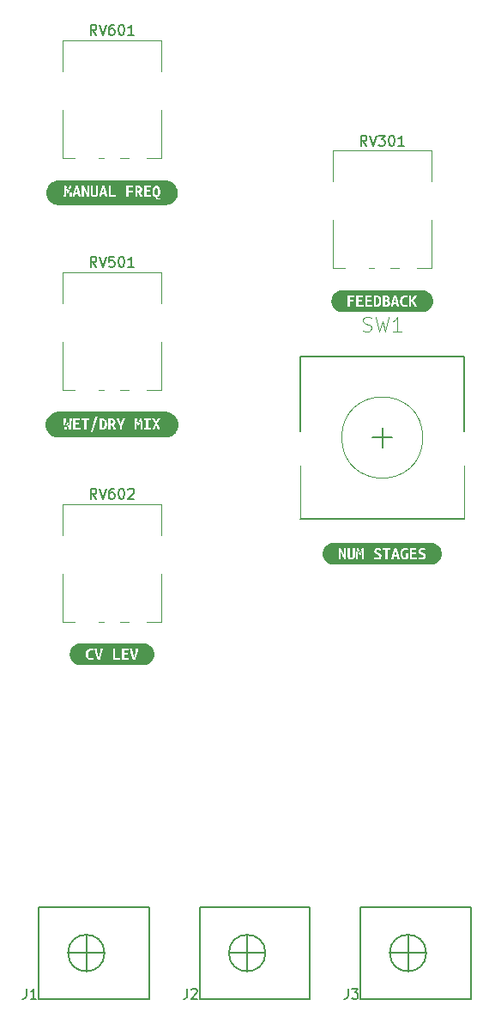
<source format=gto>
G04 #@! TF.GenerationSoftware,KiCad,Pcbnew,6.0.5+dfsg-1~bpo11+1*
G04 #@! TF.CreationDate,2022-12-29T14:19:14+00:00*
G04 #@! TF.ProjectId,SSI2140_phase_shifter,53534932-3134-4305-9f70-686173655f73,0*
G04 #@! TF.SameCoordinates,Original*
G04 #@! TF.FileFunction,Legend,Top*
G04 #@! TF.FilePolarity,Positive*
%FSLAX46Y46*%
G04 Gerber Fmt 4.6, Leading zero omitted, Abs format (unit mm)*
G04 Created by KiCad (PCBNEW 6.0.5+dfsg-1~bpo11+1) date 2022-12-29 14:19:14*
%MOMM*%
%LPD*%
G01*
G04 APERTURE LIST*
%ADD10C,0.150000*%
%ADD11C,0.120000*%
%ADD12C,0.127000*%
%ADD13C,0.080000*%
%ADD14C,1.800000*%
%ADD15C,1.902000*%
%ADD16O,2.822000X3.342000*%
%ADD17C,3.102000*%
%ADD18C,1.451600*%
%ADD19C,1.702000*%
%ADD20O,1.802000X1.802000*%
%ADD21C,2.702000*%
%ADD22C,1.542000*%
G04 APERTURE END LIST*
D10*
X124634666Y-142454380D02*
X124634666Y-143168666D01*
X124587047Y-143311523D01*
X124491809Y-143406761D01*
X124348952Y-143454380D01*
X124253714Y-143454380D01*
X125634666Y-143454380D02*
X125063238Y-143454380D01*
X125348952Y-143454380D02*
X125348952Y-142454380D01*
X125253714Y-142597238D01*
X125158476Y-142692476D01*
X125063238Y-142740095D01*
X131548380Y-94178380D02*
X131215047Y-93702190D01*
X130976952Y-94178380D02*
X130976952Y-93178380D01*
X131357904Y-93178380D01*
X131453142Y-93226000D01*
X131500761Y-93273619D01*
X131548380Y-93368857D01*
X131548380Y-93511714D01*
X131500761Y-93606952D01*
X131453142Y-93654571D01*
X131357904Y-93702190D01*
X130976952Y-93702190D01*
X131834095Y-93178380D02*
X132167428Y-94178380D01*
X132500761Y-93178380D01*
X133262666Y-93178380D02*
X133072190Y-93178380D01*
X132976952Y-93226000D01*
X132929333Y-93273619D01*
X132834095Y-93416476D01*
X132786476Y-93606952D01*
X132786476Y-93987904D01*
X132834095Y-94083142D01*
X132881714Y-94130761D01*
X132976952Y-94178380D01*
X133167428Y-94178380D01*
X133262666Y-94130761D01*
X133310285Y-94083142D01*
X133357904Y-93987904D01*
X133357904Y-93749809D01*
X133310285Y-93654571D01*
X133262666Y-93606952D01*
X133167428Y-93559333D01*
X132976952Y-93559333D01*
X132881714Y-93606952D01*
X132834095Y-93654571D01*
X132786476Y-93749809D01*
X133976952Y-93178380D02*
X134072190Y-93178380D01*
X134167428Y-93226000D01*
X134215047Y-93273619D01*
X134262666Y-93368857D01*
X134310285Y-93559333D01*
X134310285Y-93797428D01*
X134262666Y-93987904D01*
X134215047Y-94083142D01*
X134167428Y-94130761D01*
X134072190Y-94178380D01*
X133976952Y-94178380D01*
X133881714Y-94130761D01*
X133834095Y-94083142D01*
X133786476Y-93987904D01*
X133738857Y-93797428D01*
X133738857Y-93559333D01*
X133786476Y-93368857D01*
X133834095Y-93273619D01*
X133881714Y-93226000D01*
X133976952Y-93178380D01*
X134691238Y-93273619D02*
X134738857Y-93226000D01*
X134834095Y-93178380D01*
X135072190Y-93178380D01*
X135167428Y-93226000D01*
X135215047Y-93273619D01*
X135262666Y-93368857D01*
X135262666Y-93464095D01*
X135215047Y-93606952D01*
X134643619Y-94178380D01*
X135262666Y-94178380D01*
X158218380Y-59380380D02*
X157885047Y-58904190D01*
X157646952Y-59380380D02*
X157646952Y-58380380D01*
X158027904Y-58380380D01*
X158123142Y-58428000D01*
X158170761Y-58475619D01*
X158218380Y-58570857D01*
X158218380Y-58713714D01*
X158170761Y-58808952D01*
X158123142Y-58856571D01*
X158027904Y-58904190D01*
X157646952Y-58904190D01*
X158504095Y-58380380D02*
X158837428Y-59380380D01*
X159170761Y-58380380D01*
X159408857Y-58380380D02*
X160027904Y-58380380D01*
X159694571Y-58761333D01*
X159837428Y-58761333D01*
X159932666Y-58808952D01*
X159980285Y-58856571D01*
X160027904Y-58951809D01*
X160027904Y-59189904D01*
X159980285Y-59285142D01*
X159932666Y-59332761D01*
X159837428Y-59380380D01*
X159551714Y-59380380D01*
X159456476Y-59332761D01*
X159408857Y-59285142D01*
X160646952Y-58380380D02*
X160742190Y-58380380D01*
X160837428Y-58428000D01*
X160885047Y-58475619D01*
X160932666Y-58570857D01*
X160980285Y-58761333D01*
X160980285Y-58999428D01*
X160932666Y-59189904D01*
X160885047Y-59285142D01*
X160837428Y-59332761D01*
X160742190Y-59380380D01*
X160646952Y-59380380D01*
X160551714Y-59332761D01*
X160504095Y-59285142D01*
X160456476Y-59189904D01*
X160408857Y-58999428D01*
X160408857Y-58761333D01*
X160456476Y-58570857D01*
X160504095Y-58475619D01*
X160551714Y-58428000D01*
X160646952Y-58380380D01*
X161932666Y-59380380D02*
X161361238Y-59380380D01*
X161646952Y-59380380D02*
X161646952Y-58380380D01*
X161551714Y-58523238D01*
X161456476Y-58618476D01*
X161361238Y-58666095D01*
X131548380Y-48458380D02*
X131215047Y-47982190D01*
X130976952Y-48458380D02*
X130976952Y-47458380D01*
X131357904Y-47458380D01*
X131453142Y-47506000D01*
X131500761Y-47553619D01*
X131548380Y-47648857D01*
X131548380Y-47791714D01*
X131500761Y-47886952D01*
X131453142Y-47934571D01*
X131357904Y-47982190D01*
X130976952Y-47982190D01*
X131834095Y-47458380D02*
X132167428Y-48458380D01*
X132500761Y-47458380D01*
X133262666Y-47458380D02*
X133072190Y-47458380D01*
X132976952Y-47506000D01*
X132929333Y-47553619D01*
X132834095Y-47696476D01*
X132786476Y-47886952D01*
X132786476Y-48267904D01*
X132834095Y-48363142D01*
X132881714Y-48410761D01*
X132976952Y-48458380D01*
X133167428Y-48458380D01*
X133262666Y-48410761D01*
X133310285Y-48363142D01*
X133357904Y-48267904D01*
X133357904Y-48029809D01*
X133310285Y-47934571D01*
X133262666Y-47886952D01*
X133167428Y-47839333D01*
X132976952Y-47839333D01*
X132881714Y-47886952D01*
X132834095Y-47934571D01*
X132786476Y-48029809D01*
X133976952Y-47458380D02*
X134072190Y-47458380D01*
X134167428Y-47506000D01*
X134215047Y-47553619D01*
X134262666Y-47648857D01*
X134310285Y-47839333D01*
X134310285Y-48077428D01*
X134262666Y-48267904D01*
X134215047Y-48363142D01*
X134167428Y-48410761D01*
X134072190Y-48458380D01*
X133976952Y-48458380D01*
X133881714Y-48410761D01*
X133834095Y-48363142D01*
X133786476Y-48267904D01*
X133738857Y-48077428D01*
X133738857Y-47839333D01*
X133786476Y-47648857D01*
X133834095Y-47553619D01*
X133881714Y-47506000D01*
X133976952Y-47458380D01*
X135262666Y-48458380D02*
X134691238Y-48458380D01*
X134976952Y-48458380D02*
X134976952Y-47458380D01*
X134881714Y-47601238D01*
X134786476Y-47696476D01*
X134691238Y-47744095D01*
D11*
X157866000Y-77588285D02*
X158069571Y-77656142D01*
X158408857Y-77656142D01*
X158544571Y-77588285D01*
X158612428Y-77520428D01*
X158680285Y-77384714D01*
X158680285Y-77249000D01*
X158612428Y-77113285D01*
X158544571Y-77045428D01*
X158408857Y-76977571D01*
X158137428Y-76909714D01*
X158001714Y-76841857D01*
X157933857Y-76774000D01*
X157866000Y-76638285D01*
X157866000Y-76502571D01*
X157933857Y-76366857D01*
X158001714Y-76299000D01*
X158137428Y-76231142D01*
X158476714Y-76231142D01*
X158680285Y-76299000D01*
X159155285Y-76231142D02*
X159494571Y-77656142D01*
X159766000Y-76638285D01*
X160037428Y-77656142D01*
X160376714Y-76231142D01*
X161666000Y-77656142D02*
X160851714Y-77656142D01*
X161258857Y-77656142D02*
X161258857Y-76231142D01*
X161123142Y-76434714D01*
X160987428Y-76570428D01*
X160851714Y-76638285D01*
D10*
X156384666Y-142454380D02*
X156384666Y-143168666D01*
X156337047Y-143311523D01*
X156241809Y-143406761D01*
X156098952Y-143454380D01*
X156003714Y-143454380D01*
X156765619Y-142454380D02*
X157384666Y-142454380D01*
X157051333Y-142835333D01*
X157194190Y-142835333D01*
X157289428Y-142882952D01*
X157337047Y-142930571D01*
X157384666Y-143025809D01*
X157384666Y-143263904D01*
X157337047Y-143359142D01*
X157289428Y-143406761D01*
X157194190Y-143454380D01*
X156908476Y-143454380D01*
X156813238Y-143406761D01*
X156765619Y-143359142D01*
X140509666Y-142454380D02*
X140509666Y-143168666D01*
X140462047Y-143311523D01*
X140366809Y-143406761D01*
X140223952Y-143454380D01*
X140128714Y-143454380D01*
X140938238Y-142549619D02*
X140985857Y-142502000D01*
X141081095Y-142454380D01*
X141319190Y-142454380D01*
X141414428Y-142502000D01*
X141462047Y-142549619D01*
X141509666Y-142644857D01*
X141509666Y-142740095D01*
X141462047Y-142882952D01*
X140890619Y-143454380D01*
X141509666Y-143454380D01*
X131548380Y-71318380D02*
X131215047Y-70842190D01*
X130976952Y-71318380D02*
X130976952Y-70318380D01*
X131357904Y-70318380D01*
X131453142Y-70366000D01*
X131500761Y-70413619D01*
X131548380Y-70508857D01*
X131548380Y-70651714D01*
X131500761Y-70746952D01*
X131453142Y-70794571D01*
X131357904Y-70842190D01*
X130976952Y-70842190D01*
X131834095Y-70318380D02*
X132167428Y-71318380D01*
X132500761Y-70318380D01*
X133310285Y-70318380D02*
X132834095Y-70318380D01*
X132786476Y-70794571D01*
X132834095Y-70746952D01*
X132929333Y-70699333D01*
X133167428Y-70699333D01*
X133262666Y-70746952D01*
X133310285Y-70794571D01*
X133357904Y-70889809D01*
X133357904Y-71127904D01*
X133310285Y-71223142D01*
X133262666Y-71270761D01*
X133167428Y-71318380D01*
X132929333Y-71318380D01*
X132834095Y-71270761D01*
X132786476Y-71223142D01*
X133976952Y-70318380D02*
X134072190Y-70318380D01*
X134167428Y-70366000D01*
X134215047Y-70413619D01*
X134262666Y-70508857D01*
X134310285Y-70699333D01*
X134310285Y-70937428D01*
X134262666Y-71127904D01*
X134215047Y-71223142D01*
X134167428Y-71270761D01*
X134072190Y-71318380D01*
X133976952Y-71318380D01*
X133881714Y-71270761D01*
X133834095Y-71223142D01*
X133786476Y-71127904D01*
X133738857Y-70937428D01*
X133738857Y-70699333D01*
X133786476Y-70508857D01*
X133834095Y-70413619D01*
X133881714Y-70366000D01*
X133976952Y-70318380D01*
X135262666Y-71318380D02*
X134691238Y-71318380D01*
X134976952Y-71318380D02*
X134976952Y-70318380D01*
X134881714Y-70461238D01*
X134786476Y-70556476D01*
X134691238Y-70604095D01*
X136756000Y-134438000D02*
X136756000Y-143438000D01*
X136756000Y-143438000D02*
X125856000Y-143438000D01*
X125856000Y-134438000D02*
X125856000Y-143438000D01*
X136756000Y-134438000D02*
X125856000Y-134438000D01*
X132356000Y-138938000D02*
X128756000Y-138938000D01*
X130556000Y-137138000D02*
X130556000Y-140738000D01*
X132356000Y-138938000D02*
G75*
G03*
X132356000Y-138938000I-1800000J0D01*
G01*
D11*
X128216000Y-106308000D02*
X128216000Y-101588000D01*
X137966000Y-97778000D02*
X137966000Y-94718000D01*
X134756000Y-106308000D02*
X133926000Y-106308000D01*
X128226000Y-97778000D02*
X128226000Y-94718000D01*
X137966000Y-94718000D02*
X128226000Y-94718000D01*
X137966000Y-106308000D02*
X137966000Y-101588000D01*
X137966000Y-106308000D02*
X136476000Y-106308000D01*
X132306000Y-106308000D02*
X131776000Y-106308000D01*
X129406000Y-106308000D02*
X128226000Y-106308000D01*
G36*
X132256927Y-63654384D02*
G01*
X132284867Y-63762652D01*
X132308441Y-63870046D01*
X132329396Y-63981806D01*
X132118100Y-63981806D01*
X132139928Y-63870046D01*
X132164376Y-63762652D01*
X132192316Y-63654384D01*
X132224621Y-63538259D01*
X132256927Y-63654384D01*
G37*
G36*
X135733274Y-63513375D02*
G01*
X135793956Y-63543497D01*
X135833247Y-63595012D01*
X135846344Y-63669227D01*
X135797449Y-63790592D01*
X135733274Y-63822679D01*
X135638540Y-63833375D01*
X135591391Y-63833375D01*
X135591391Y-63508572D01*
X135626316Y-63504207D01*
X135656003Y-63503334D01*
X135733274Y-63513375D01*
G37*
G36*
X129637552Y-63654384D02*
G01*
X129665492Y-63762652D01*
X129689066Y-63870046D01*
X129710021Y-63981806D01*
X129498725Y-63981806D01*
X129520553Y-63870046D01*
X129545001Y-63762652D01*
X129572941Y-63654384D01*
X129605246Y-63538259D01*
X129637552Y-63654384D01*
G37*
G36*
X137554176Y-63526035D02*
G01*
X137605691Y-63606362D01*
X137630138Y-63725981D01*
X137634722Y-63797359D01*
X137636250Y-63873539D01*
X137634722Y-63949501D01*
X137630138Y-64020224D01*
X137605691Y-64139842D01*
X137553303Y-64221043D01*
X137465118Y-64250729D01*
X137376059Y-64221043D01*
X137324545Y-64139842D01*
X137300097Y-64020224D01*
X137295513Y-63949501D01*
X137293985Y-63873539D01*
X137295513Y-63797577D01*
X137300097Y-63726854D01*
X137324545Y-63607236D01*
X137376059Y-63526035D01*
X137465118Y-63496349D01*
X137554176Y-63526035D01*
G37*
G36*
X127706127Y-65213298D02*
G01*
X127588559Y-65195859D01*
X127473266Y-65166979D01*
X127361359Y-65126938D01*
X127253916Y-65076121D01*
X127151971Y-65015018D01*
X127056506Y-64944216D01*
X126968440Y-64864398D01*
X126888622Y-64776333D01*
X126817821Y-64680868D01*
X126756717Y-64578923D01*
X126705900Y-64471479D01*
X126683773Y-64409638D01*
X128337469Y-64409638D01*
X128534795Y-64409638D01*
X128526064Y-63569691D01*
X128653540Y-64027209D01*
X128810703Y-64027209D01*
X128943418Y-63569691D01*
X128932940Y-64409638D01*
X129130266Y-64409638D01*
X129186146Y-64409638D01*
X129409666Y-64409638D01*
X129458561Y-64159924D01*
X129746693Y-64159924D01*
X129797334Y-64409638D01*
X130027839Y-64409638D01*
X130123883Y-64409638D01*
X130317716Y-64409638D01*
X130317716Y-63691929D01*
X130382619Y-63811741D01*
X130444611Y-63931359D01*
X130503692Y-64050783D01*
X130559863Y-64170207D01*
X130613124Y-64289825D01*
X130663474Y-64409638D01*
X130836353Y-64409638D01*
X130836353Y-64018478D01*
X130984784Y-64018478D01*
X130989150Y-64108409D01*
X131002246Y-64189610D01*
X131025821Y-64260770D01*
X131061619Y-64320579D01*
X131174252Y-64403526D01*
X131253488Y-64425135D01*
X131349750Y-64432339D01*
X131447540Y-64425135D01*
X131505148Y-64409638D01*
X131805521Y-64409638D01*
X132029041Y-64409638D01*
X132077936Y-64159924D01*
X132366068Y-64159924D01*
X132416709Y-64409638D01*
X132647214Y-64409638D01*
X132786914Y-64409638D01*
X133466205Y-64409638D01*
X134519194Y-64409638D01*
X134733983Y-64409638D01*
X135376603Y-64409638D01*
X135591391Y-64409638D01*
X135591391Y-64011493D01*
X135703151Y-64011493D01*
X135762306Y-64110374D01*
X135817531Y-64207946D01*
X135867517Y-64306827D01*
X135910955Y-64409638D01*
X136136221Y-64409638D01*
X136265444Y-64409638D01*
X136958705Y-64409638D01*
X136958705Y-64231520D01*
X136480233Y-64231520D01*
X136480233Y-63927672D01*
X136862661Y-63927672D01*
X136862661Y-63873539D01*
X137075704Y-63873539D01*
X137084144Y-64021873D01*
X137109465Y-64147894D01*
X137151666Y-64251602D01*
X137209583Y-64332608D01*
X137282052Y-64390526D01*
X137369074Y-64425354D01*
X137409456Y-64533403D01*
X137492185Y-64613076D01*
X137572609Y-64652560D01*
X137675347Y-64683702D01*
X137800398Y-64706500D01*
X137845800Y-64552830D01*
X137730329Y-64528601D01*
X137642362Y-64501316D01*
X137548938Y-64428846D01*
X137640131Y-64396735D01*
X137715802Y-64339982D01*
X137775950Y-64258587D01*
X137819606Y-64153327D01*
X137845800Y-64024977D01*
X137854531Y-63873539D01*
X137848310Y-63742406D01*
X137829647Y-63628409D01*
X137798542Y-63531547D01*
X137754995Y-63451819D01*
X137678548Y-63372753D01*
X137581922Y-63325313D01*
X137465118Y-63309500D01*
X137351805Y-63325313D01*
X137256344Y-63372753D01*
X137178733Y-63451819D01*
X137133658Y-63531547D01*
X137101461Y-63628409D01*
X137082143Y-63742406D01*
X137075704Y-63873539D01*
X136862661Y-63873539D01*
X136862661Y-63749555D01*
X136480233Y-63749555D01*
X136480233Y-63506826D01*
X136920288Y-63506826D01*
X136920288Y-63328709D01*
X136265444Y-63328709D01*
X136265444Y-64409638D01*
X136136221Y-64409638D01*
X136086453Y-64295258D01*
X136026208Y-64174767D01*
X135961596Y-64059514D01*
X135898731Y-63959105D01*
X135975130Y-63909773D01*
X136026208Y-63842106D01*
X136055021Y-63760906D01*
X136064625Y-63670974D01*
X136057422Y-63586062D01*
X136035812Y-63512938D01*
X135952865Y-63402051D01*
X135893493Y-63364070D01*
X135823643Y-63337440D01*
X135744188Y-63321724D01*
X135656003Y-63316485D01*
X135594884Y-63318231D01*
X135521541Y-63322597D01*
X135445580Y-63331328D01*
X135376603Y-63344425D01*
X135376603Y-64409638D01*
X134733983Y-64409638D01*
X134733983Y-63946881D01*
X135125143Y-63946881D01*
X135125143Y-63768764D01*
X134733983Y-63768764D01*
X134733983Y-63506826D01*
X135181023Y-63506826D01*
X135181023Y-63328709D01*
X134519194Y-63328709D01*
X134519194Y-64409638D01*
X133466205Y-64409638D01*
X133466205Y-64231520D01*
X133003449Y-64231520D01*
X133003449Y-63328709D01*
X132786914Y-63328709D01*
X132786914Y-64409638D01*
X132647214Y-64409638D01*
X132618401Y-64287086D01*
X132589238Y-64168096D01*
X132559727Y-64052669D01*
X132529866Y-63940804D01*
X132499656Y-63832502D01*
X132461620Y-63701151D01*
X132423476Y-63573402D01*
X132385222Y-63449255D01*
X132346859Y-63328709D01*
X132112861Y-63328709D01*
X132075863Y-63448272D01*
X132038209Y-63571219D01*
X131999901Y-63697549D01*
X131960938Y-63827263D01*
X131929575Y-63934657D01*
X131898352Y-64046592D01*
X131867269Y-64163067D01*
X131836325Y-64284082D01*
X131805521Y-64409638D01*
X131505148Y-64409638D01*
X131527868Y-64403526D01*
X131592479Y-64368382D01*
X131643120Y-64320579D01*
X131680228Y-64260770D01*
X131704239Y-64189610D01*
X131717336Y-64108409D01*
X131721701Y-64018478D01*
X131721701Y-63328709D01*
X131506913Y-63328709D01*
X131506913Y-64002761D01*
X131499928Y-64117141D01*
X131475480Y-64192229D01*
X131428331Y-64233266D01*
X131353243Y-64245490D01*
X131278154Y-64233266D01*
X131231878Y-64193103D01*
X131208304Y-64118887D01*
X131201319Y-64004507D01*
X131201319Y-63328709D01*
X130984784Y-63328709D01*
X130984784Y-64018478D01*
X130836353Y-64018478D01*
X130836353Y-63328709D01*
X130642519Y-63328709D01*
X130642519Y-63994030D01*
X130611741Y-63925926D01*
X130575288Y-63847345D01*
X130534251Y-63762215D01*
X130489722Y-63674466D01*
X130442792Y-63585189D01*
X130394551Y-63495476D01*
X130345656Y-63408818D01*
X130296761Y-63328709D01*
X130123883Y-63328709D01*
X130123883Y-64409638D01*
X130027839Y-64409638D01*
X129999026Y-64287086D01*
X129969863Y-64168096D01*
X129940352Y-64052669D01*
X129910491Y-63940804D01*
X129880281Y-63832502D01*
X129842245Y-63701151D01*
X129804101Y-63573402D01*
X129765847Y-63449255D01*
X129727484Y-63328709D01*
X129493486Y-63328709D01*
X129456488Y-63448272D01*
X129418834Y-63571219D01*
X129380526Y-63697549D01*
X129341563Y-63827263D01*
X129310200Y-63934657D01*
X129278977Y-64046592D01*
X129247894Y-64163067D01*
X129216950Y-64284082D01*
X129186146Y-64409638D01*
X129130266Y-64409638D01*
X129126337Y-64271465D01*
X129121535Y-64136349D01*
X129115642Y-64003198D01*
X129108438Y-63870919D01*
X129099707Y-63738423D01*
X129089230Y-63604616D01*
X129077661Y-63468409D01*
X129065655Y-63328709D01*
X128887538Y-63328709D01*
X128856105Y-63421260D01*
X128817688Y-63540878D01*
X128774031Y-63673593D01*
X128730375Y-63807181D01*
X128690211Y-63681451D01*
X128648301Y-63546990D01*
X128609011Y-63423006D01*
X128578451Y-63328709D01*
X128400334Y-63328709D01*
X128388765Y-63447017D01*
X128378506Y-63574930D01*
X128369556Y-63709828D01*
X128361916Y-63849091D01*
X128355150Y-63990974D01*
X128348820Y-64133730D01*
X128342926Y-64274303D01*
X128337469Y-64409638D01*
X126683773Y-64409638D01*
X126665859Y-64359573D01*
X126636980Y-64244280D01*
X126619540Y-64126712D01*
X126613708Y-64008000D01*
X126619540Y-63889288D01*
X126636980Y-63771720D01*
X126665859Y-63656427D01*
X126705900Y-63544521D01*
X126756717Y-63437077D01*
X126817821Y-63335132D01*
X126888622Y-63239667D01*
X126968440Y-63151602D01*
X127056506Y-63071784D01*
X127151971Y-63000982D01*
X127253916Y-62939879D01*
X127361359Y-62889062D01*
X127473266Y-62849021D01*
X127588559Y-62820141D01*
X127706127Y-62802702D01*
X127824839Y-62796870D01*
X138367162Y-62796870D01*
X138485873Y-62802702D01*
X138603441Y-62820141D01*
X138718734Y-62849021D01*
X138830641Y-62889062D01*
X138938084Y-62939879D01*
X139040029Y-63000982D01*
X139135494Y-63071784D01*
X139223560Y-63151602D01*
X139303378Y-63239667D01*
X139374179Y-63335132D01*
X139435283Y-63437077D01*
X139486100Y-63544521D01*
X139526141Y-63656428D01*
X139555020Y-63771720D01*
X139572460Y-63889288D01*
X139578292Y-64008000D01*
X139572460Y-64126712D01*
X139555020Y-64244280D01*
X139526141Y-64359572D01*
X139486100Y-64471479D01*
X139435283Y-64578923D01*
X139374179Y-64680868D01*
X139303378Y-64776333D01*
X139223560Y-64864398D01*
X139135494Y-64944216D01*
X139040029Y-65015018D01*
X138938084Y-65076121D01*
X138830641Y-65126938D01*
X138718734Y-65166979D01*
X138603441Y-65195859D01*
X138485873Y-65213298D01*
X138367162Y-65219130D01*
X127824839Y-65219130D01*
X127706127Y-65213298D01*
G37*
X164636000Y-59803000D02*
X154896000Y-59803000D01*
X154886000Y-71393000D02*
X154886000Y-66673000D01*
X154896000Y-62863000D02*
X154896000Y-59803000D01*
X161426000Y-71393000D02*
X160596000Y-71393000D01*
X164636000Y-71393000D02*
X163146000Y-71393000D01*
X156076000Y-71393000D02*
X154896000Y-71393000D01*
X164636000Y-71393000D02*
X164636000Y-66673000D01*
X158976000Y-71393000D02*
X158446000Y-71393000D01*
X164636000Y-62863000D02*
X164636000Y-59803000D01*
G36*
X160278524Y-74778156D02*
G01*
X160328293Y-74890789D01*
X160310830Y-74968497D01*
X160266301Y-75015646D01*
X160204309Y-75038347D01*
X160132713Y-75044459D01*
X160079452Y-75042713D01*
X160029684Y-75037474D01*
X160029684Y-74744104D01*
X160144936Y-74744104D01*
X160278524Y-74778156D01*
G37*
G36*
X154993205Y-75359032D02*
G01*
X154930264Y-75274165D01*
X154896203Y-75217338D01*
X156338111Y-75217338D01*
X156552900Y-75217338D01*
X157211236Y-75217338D01*
X157904498Y-75217338D01*
X158084361Y-75217338D01*
X158777623Y-75217338D01*
X158777623Y-75205114D01*
X158941770Y-75205114D01*
X159059642Y-75225196D01*
X159172275Y-75231308D01*
X159277705Y-75223668D01*
X159373967Y-75200748D01*
X159375853Y-75199875D01*
X159814895Y-75199875D01*
X159890420Y-75213627D01*
X159966819Y-75223449D01*
X160042344Y-75229343D01*
X160115250Y-75231308D01*
X160201471Y-75227160D01*
X160265056Y-75217338D01*
X160609439Y-75217338D01*
X160832959Y-75217338D01*
X160881854Y-74967624D01*
X161169985Y-74967624D01*
X161220626Y-75217338D01*
X161451131Y-75217338D01*
X161422318Y-75094786D01*
X161393156Y-74975796D01*
X161363644Y-74860369D01*
X161333783Y-74748504D01*
X161313559Y-74676000D01*
X161513996Y-74676000D01*
X161521527Y-74803585D01*
X161544119Y-74915673D01*
X161581773Y-75012262D01*
X161634488Y-75093354D01*
X161726845Y-75174845D01*
X161843261Y-75223740D01*
X161983738Y-75240039D01*
X162079126Y-75234145D01*
X162158595Y-75217338D01*
X162418554Y-75217338D01*
X162633343Y-75217338D01*
X162633343Y-74723149D01*
X162725021Y-74821812D01*
X162771951Y-74882494D01*
X162816699Y-74947542D01*
X162858391Y-75015646D01*
X162896153Y-75085496D01*
X162951160Y-75217338D01*
X163193889Y-75217338D01*
X163165512Y-75139411D01*
X163129278Y-75059302D01*
X163086713Y-74978974D01*
X163039346Y-74900393D01*
X162988050Y-74825086D01*
X162933698Y-74754581D01*
X162878254Y-74690407D01*
X162823684Y-74634090D01*
X162876726Y-74569915D01*
X162927586Y-74503121D01*
X162975826Y-74435672D01*
X163021010Y-74369533D01*
X163062265Y-74305358D01*
X163098718Y-74243803D01*
X163157218Y-74136409D01*
X162914489Y-74136409D01*
X162862101Y-74241184D01*
X162793124Y-74358182D01*
X162713670Y-74476927D01*
X162633343Y-74585195D01*
X162633343Y-74136409D01*
X162418554Y-74136409D01*
X162418554Y-75217338D01*
X162158595Y-75217338D01*
X162162728Y-75216464D01*
X162285839Y-75164950D01*
X162231705Y-74995564D01*
X162143519Y-75033981D01*
X162004693Y-75053190D01*
X161880054Y-75028524D01*
X161796016Y-74954527D01*
X161760606Y-74879147D01*
X161739360Y-74784559D01*
X161732278Y-74670761D01*
X161738171Y-74572971D01*
X161755852Y-74492644D01*
X161816971Y-74378264D01*
X161902537Y-74317146D01*
X162001200Y-74298810D01*
X162131296Y-74317146D01*
X162228213Y-74361675D01*
X162284093Y-74190542D01*
X162248294Y-74169587D01*
X162189795Y-74143394D01*
X162108594Y-74121566D01*
X162004693Y-74111961D01*
X161902319Y-74121347D01*
X161808239Y-74149506D01*
X161724419Y-74195781D01*
X161652823Y-74259519D01*
X161594542Y-74340065D01*
X161550668Y-74436764D01*
X161523164Y-74548960D01*
X161513996Y-74676000D01*
X161313559Y-74676000D01*
X161303573Y-74640202D01*
X161265538Y-74508851D01*
X161227393Y-74381102D01*
X161189139Y-74256955D01*
X161150776Y-74136409D01*
X160916779Y-74136409D01*
X160879780Y-74255972D01*
X160842127Y-74378919D01*
X160803818Y-74505249D01*
X160764855Y-74634963D01*
X160733492Y-74742358D01*
X160702269Y-74854292D01*
X160671186Y-74970767D01*
X160640243Y-75091782D01*
X160609439Y-75217338D01*
X160265056Y-75217338D01*
X160282017Y-75214718D01*
X160354486Y-75192453D01*
X160416478Y-75158838D01*
X160506410Y-75054063D01*
X160531294Y-74980502D01*
X160539589Y-74890789D01*
X160529766Y-74817446D01*
X160500298Y-74747596D01*
X160443327Y-74686478D01*
X160350994Y-74639329D01*
X160451403Y-74545031D01*
X160479561Y-74481293D01*
X160488948Y-74408824D01*
X160473231Y-74307541D01*
X160413859Y-74215863D01*
X160293368Y-74149506D01*
X160205182Y-74130515D01*
X160094295Y-74124185D01*
X159949356Y-74132043D01*
X159814895Y-74150379D01*
X159814895Y-75199875D01*
X159375853Y-75199875D01*
X159459315Y-75161239D01*
X159532003Y-75103831D01*
X159591157Y-75027651D01*
X159635904Y-74931826D01*
X159664063Y-74815045D01*
X159673449Y-74676000D01*
X159664936Y-74540011D01*
X159639397Y-74425413D01*
X159598578Y-74330679D01*
X159544226Y-74254281D01*
X159476341Y-74196000D01*
X159394922Y-74155618D01*
X159302152Y-74132043D01*
X159200215Y-74124185D01*
X159079724Y-74129424D01*
X158941770Y-74150379D01*
X158941770Y-75205114D01*
X158777623Y-75205114D01*
X158777623Y-75039220D01*
X158299150Y-75039220D01*
X158299150Y-74735373D01*
X158681579Y-74735373D01*
X158681579Y-74557255D01*
X158299150Y-74557255D01*
X158299150Y-74314526D01*
X158739205Y-74314526D01*
X158739205Y-74136409D01*
X158084361Y-74136409D01*
X158084361Y-75217338D01*
X157904498Y-75217338D01*
X157904498Y-75039220D01*
X157426025Y-75039220D01*
X157426025Y-74735373D01*
X157808454Y-74735373D01*
X157808454Y-74557255D01*
X157426025Y-74557255D01*
X157426025Y-74314526D01*
X157866080Y-74314526D01*
X157866080Y-74136409D01*
X157211236Y-74136409D01*
X157211236Y-75217338D01*
X156552900Y-75217338D01*
X156552900Y-74754581D01*
X156944060Y-74754581D01*
X156944060Y-74576464D01*
X156552900Y-74576464D01*
X156552900Y-74314526D01*
X156999940Y-74314526D01*
X156999940Y-74136409D01*
X156338111Y-74136409D01*
X156338111Y-75217338D01*
X154896203Y-75217338D01*
X154875944Y-75183538D01*
X154830769Y-75088023D01*
X154795173Y-74988541D01*
X154769500Y-74886048D01*
X154753997Y-74781532D01*
X154748812Y-74676000D01*
X154753997Y-74570468D01*
X154769500Y-74465952D01*
X154795173Y-74363459D01*
X154830769Y-74263977D01*
X154875944Y-74168462D01*
X154930264Y-74077835D01*
X154993205Y-73992968D01*
X155064161Y-73914680D01*
X155142450Y-73843724D01*
X155227316Y-73780782D01*
X155317943Y-73726463D01*
X155413458Y-73681288D01*
X155512941Y-73645692D01*
X155615433Y-73620019D01*
X155719949Y-73604515D01*
X155825481Y-73599331D01*
X163706519Y-73599331D01*
X163812051Y-73604516D01*
X163916567Y-73620019D01*
X164019059Y-73645692D01*
X164118542Y-73681288D01*
X164214057Y-73726463D01*
X164304684Y-73780783D01*
X164389551Y-73843724D01*
X164467839Y-73914680D01*
X164538795Y-73992968D01*
X164601736Y-74077835D01*
X164656056Y-74168462D01*
X164701231Y-74263977D01*
X164736827Y-74363460D01*
X164762500Y-74465952D01*
X164778003Y-74570468D01*
X164783188Y-74676000D01*
X164778003Y-74781532D01*
X164762500Y-74886048D01*
X164736827Y-74988540D01*
X164701231Y-75088023D01*
X164656056Y-75183538D01*
X164601736Y-75274165D01*
X164538795Y-75359032D01*
X164467839Y-75437320D01*
X164389551Y-75508276D01*
X164304684Y-75571217D01*
X164214057Y-75625537D01*
X164118542Y-75670712D01*
X164019059Y-75706308D01*
X163916567Y-75731981D01*
X163812051Y-75747484D01*
X163706519Y-75752669D01*
X155825481Y-75752669D01*
X155719949Y-75747485D01*
X155615433Y-75731981D01*
X155512941Y-75706308D01*
X155413458Y-75670712D01*
X155317943Y-75625537D01*
X155227316Y-75571218D01*
X155142450Y-75508276D01*
X155064161Y-75437320D01*
X154993205Y-75359032D01*
G37*
G36*
X161060844Y-74462084D02*
G01*
X161088784Y-74570352D01*
X161112359Y-74677746D01*
X161133314Y-74789506D01*
X160922018Y-74789506D01*
X160943846Y-74677746D01*
X160968293Y-74570352D01*
X160996233Y-74462084D01*
X161028539Y-74345959D01*
X161060844Y-74462084D01*
G37*
G36*
X160185100Y-74315399D02*
G01*
X160233995Y-74332862D01*
X160267174Y-74369533D01*
X160279398Y-74431525D01*
X160237488Y-74530188D01*
X160113504Y-74565986D01*
X160029684Y-74565986D01*
X160029684Y-74318019D01*
X160076833Y-74312780D01*
X160127474Y-74311034D01*
X160185100Y-74315399D01*
G37*
G36*
X159336423Y-74341593D02*
G01*
X159408019Y-74422794D01*
X159444690Y-74539792D01*
X159455168Y-74676000D01*
X159451893Y-74753053D01*
X159442071Y-74823558D01*
X159398414Y-74939684D01*
X159318087Y-75016519D01*
X159194976Y-75044459D01*
X159175768Y-75044459D01*
X159156559Y-75042713D01*
X159156559Y-74316272D01*
X159187991Y-74311907D01*
X159219424Y-74311034D01*
X159336423Y-74341593D01*
G37*
G36*
X161101008Y-99354084D02*
G01*
X161128948Y-99462352D01*
X161152523Y-99569746D01*
X161173478Y-99681506D01*
X160962181Y-99681506D01*
X160984009Y-99569746D01*
X161008457Y-99462352D01*
X161036397Y-99354084D01*
X161068703Y-99237959D01*
X161101008Y-99354084D01*
G37*
G36*
X154857302Y-100639485D02*
G01*
X154752786Y-100623981D01*
X154650293Y-100598308D01*
X154550810Y-100562712D01*
X154455295Y-100517537D01*
X154364668Y-100463218D01*
X154279802Y-100400276D01*
X154201514Y-100329320D01*
X154130557Y-100251032D01*
X154067616Y-100166165D01*
X154033555Y-100109338D01*
X155475464Y-100109338D01*
X155669298Y-100109338D01*
X155669298Y-99391629D01*
X155734200Y-99511441D01*
X155796192Y-99631059D01*
X155855273Y-99750483D01*
X155911444Y-99869907D01*
X155964705Y-99989525D01*
X156015055Y-100109338D01*
X156187934Y-100109338D01*
X156187934Y-99718178D01*
X156336365Y-99718178D01*
X156340731Y-99808109D01*
X156353828Y-99889310D01*
X156377402Y-99960470D01*
X156413200Y-100020279D01*
X156525833Y-100103226D01*
X156605069Y-100124835D01*
X156701331Y-100132039D01*
X156799121Y-100124835D01*
X156856729Y-100109338D01*
X157181550Y-100109338D01*
X157378876Y-100109338D01*
X157370145Y-99269391D01*
X157497621Y-99726909D01*
X157654784Y-99726909D01*
X157787499Y-99269391D01*
X157777021Y-100109338D01*
X157974348Y-100109338D01*
X157972659Y-100049965D01*
X158957486Y-100049965D01*
X159077978Y-100103226D01*
X159171838Y-100124835D01*
X159292766Y-100132039D01*
X159415295Y-100122822D01*
X159515122Y-100095173D01*
X159592248Y-100049092D01*
X159666246Y-99948901D01*
X159690911Y-99814221D01*
X159683490Y-99732802D01*
X159661225Y-99666663D01*
X159585263Y-99568873D01*
X159483981Y-99506008D01*
X159378333Y-99463225D01*
X159311102Y-99437031D01*
X159249983Y-99404726D01*
X159205454Y-99362816D01*
X159187991Y-99307809D01*
X159207006Y-99238929D01*
X159264050Y-99197601D01*
X159359124Y-99183825D01*
X159482234Y-99201287D01*
X159579151Y-99243197D01*
X159593047Y-99206526D01*
X159804418Y-99206526D01*
X160089056Y-99206526D01*
X160089056Y-100109338D01*
X160305591Y-100109338D01*
X160649603Y-100109338D01*
X160873123Y-100109338D01*
X160922018Y-99859624D01*
X161210149Y-99859624D01*
X161260790Y-100109338D01*
X161491295Y-100109338D01*
X161462482Y-99986786D01*
X161433320Y-99867796D01*
X161403808Y-99752369D01*
X161373947Y-99640504D01*
X161353723Y-99568000D01*
X161554160Y-99568000D01*
X161562018Y-99699187D01*
X161585593Y-99813348D01*
X161623573Y-99910265D01*
X161674651Y-99989719D01*
X161738171Y-100051711D01*
X161813478Y-100096241D01*
X161899699Y-100123089D01*
X161995961Y-100132039D01*
X162102701Y-100127673D01*
X162192414Y-100114576D01*
X162212348Y-100109338D01*
X162490150Y-100109338D01*
X163183411Y-100109338D01*
X163183411Y-100049965D01*
X163323111Y-100049965D01*
X163443603Y-100103226D01*
X163537463Y-100124835D01*
X163658391Y-100132039D01*
X163780920Y-100122822D01*
X163880747Y-100095173D01*
X163957873Y-100049092D01*
X164031871Y-99948901D01*
X164056536Y-99814221D01*
X164049115Y-99732802D01*
X164026850Y-99666663D01*
X163950888Y-99568873D01*
X163849606Y-99506008D01*
X163743958Y-99463225D01*
X163676727Y-99437031D01*
X163615608Y-99404726D01*
X163571079Y-99362816D01*
X163553616Y-99307809D01*
X163572631Y-99238929D01*
X163629675Y-99197601D01*
X163724749Y-99183825D01*
X163847859Y-99201287D01*
X163944776Y-99243197D01*
X164007641Y-99077304D01*
X163882784Y-99026662D01*
X163802239Y-99009637D01*
X163709033Y-99003961D01*
X163602026Y-99013469D01*
X163511512Y-99041991D01*
X163437491Y-99089527D01*
X163363493Y-99191683D01*
X163338828Y-99327017D01*
X163366768Y-99455367D01*
X163437491Y-99541806D01*
X163532661Y-99599433D01*
X163633944Y-99639596D01*
X163707286Y-99670156D01*
X163773644Y-99706827D01*
X163822539Y-99753103D01*
X163841748Y-99812475D01*
X163833889Y-99863989D01*
X163805076Y-99909392D01*
X163748323Y-99940824D01*
X163658391Y-99952175D01*
X163571297Y-99946063D01*
X163498609Y-99927728D01*
X163385976Y-99875340D01*
X163323111Y-100049965D01*
X163183411Y-100049965D01*
X163183411Y-99931220D01*
X162704939Y-99931220D01*
X162704939Y-99627373D01*
X163087368Y-99627373D01*
X163087368Y-99449255D01*
X162704939Y-99449255D01*
X162704939Y-99206526D01*
X163144994Y-99206526D01*
X163144994Y-99028409D01*
X162490150Y-99028409D01*
X162490150Y-100109338D01*
X162212348Y-100109338D01*
X162312033Y-100083144D01*
X162312033Y-99543552D01*
X162097244Y-99543552D01*
X162097244Y-99938205D01*
X162055334Y-99943444D01*
X162013424Y-99945190D01*
X161909085Y-99922270D01*
X161833560Y-99853512D01*
X161799605Y-99781043D01*
X161779232Y-99685872D01*
X161772441Y-99568000D01*
X161776152Y-99487891D01*
X161787284Y-99415203D01*
X161836179Y-99296458D01*
X161922619Y-99218750D01*
X162051841Y-99190810D01*
X162167094Y-99210019D01*
X162261391Y-99253675D01*
X162317271Y-99082542D01*
X162281473Y-99061587D01*
X162221228Y-99035394D01*
X162134788Y-99013566D01*
X162022155Y-99003961D01*
X161927421Y-99012911D01*
X161838799Y-99039759D01*
X161758908Y-99084507D01*
X161690368Y-99147154D01*
X161634051Y-99227263D01*
X161590831Y-99324398D01*
X161563328Y-99438123D01*
X161554160Y-99568000D01*
X161353723Y-99568000D01*
X161343737Y-99532202D01*
X161305701Y-99400851D01*
X161267557Y-99273102D01*
X161229303Y-99148955D01*
X161190940Y-99028409D01*
X160956943Y-99028409D01*
X160919944Y-99147972D01*
X160882290Y-99270919D01*
X160843982Y-99397249D01*
X160805019Y-99526963D01*
X160773656Y-99634358D01*
X160742433Y-99746292D01*
X160711350Y-99862767D01*
X160680406Y-99983782D01*
X160649603Y-100109338D01*
X160305591Y-100109338D01*
X160305591Y-99206526D01*
X160590230Y-99206526D01*
X160590230Y-99028409D01*
X159804418Y-99028409D01*
X159804418Y-99206526D01*
X159593047Y-99206526D01*
X159642016Y-99077304D01*
X159517159Y-99026662D01*
X159436614Y-99009637D01*
X159343408Y-99003961D01*
X159236401Y-99013469D01*
X159145887Y-99041991D01*
X159071866Y-99089527D01*
X158997868Y-99191683D01*
X158973203Y-99327017D01*
X159001143Y-99455367D01*
X159071866Y-99541806D01*
X159167036Y-99599433D01*
X159268319Y-99639596D01*
X159341661Y-99670156D01*
X159408019Y-99706827D01*
X159456914Y-99753103D01*
X159476123Y-99812475D01*
X159468264Y-99863989D01*
X159439451Y-99909392D01*
X159382698Y-99940824D01*
X159292766Y-99952175D01*
X159205672Y-99946063D01*
X159132984Y-99927728D01*
X159020351Y-99875340D01*
X158957486Y-100049965D01*
X157972659Y-100049965D01*
X157970418Y-99971165D01*
X157965616Y-99836049D01*
X157959723Y-99702898D01*
X157952519Y-99570619D01*
X157943788Y-99438123D01*
X157933311Y-99304316D01*
X157921742Y-99168109D01*
X157909736Y-99028409D01*
X157731619Y-99028409D01*
X157700186Y-99120960D01*
X157661769Y-99240578D01*
X157618113Y-99373293D01*
X157574456Y-99506881D01*
X157534293Y-99381151D01*
X157492383Y-99246690D01*
X157453092Y-99122706D01*
X157422533Y-99028409D01*
X157244415Y-99028409D01*
X157232846Y-99146717D01*
X157222587Y-99274630D01*
X157213637Y-99409528D01*
X157205998Y-99548791D01*
X157199231Y-99690674D01*
X157192901Y-99833430D01*
X157187007Y-99974003D01*
X157181550Y-100109338D01*
X156856729Y-100109338D01*
X156879449Y-100103226D01*
X156944060Y-100068082D01*
X156994701Y-100020279D01*
X157031809Y-99960470D01*
X157055820Y-99889310D01*
X157068917Y-99808109D01*
X157073283Y-99718178D01*
X157073283Y-99028409D01*
X156858494Y-99028409D01*
X156858494Y-99702461D01*
X156851509Y-99816841D01*
X156827061Y-99891929D01*
X156779913Y-99932966D01*
X156704824Y-99945190D01*
X156629735Y-99932966D01*
X156583459Y-99892803D01*
X156559885Y-99818587D01*
X156552900Y-99704208D01*
X156552900Y-99028409D01*
X156336365Y-99028409D01*
X156336365Y-99718178D01*
X156187934Y-99718178D01*
X156187934Y-99028409D01*
X155994100Y-99028409D01*
X155994100Y-99693730D01*
X155963322Y-99625626D01*
X155926869Y-99547045D01*
X155885833Y-99461915D01*
X155841303Y-99374166D01*
X155794373Y-99284889D01*
X155746133Y-99195176D01*
X155697238Y-99108518D01*
X155648343Y-99028409D01*
X155475464Y-99028409D01*
X155475464Y-100109338D01*
X154033555Y-100109338D01*
X154013296Y-100075538D01*
X153968121Y-99980023D01*
X153932526Y-99880541D01*
X153906853Y-99778048D01*
X153891349Y-99673532D01*
X153886165Y-99568000D01*
X153891349Y-99462468D01*
X153906853Y-99357952D01*
X153932526Y-99255459D01*
X153968121Y-99155977D01*
X154013296Y-99060462D01*
X154067616Y-98969835D01*
X154130557Y-98884968D01*
X154201514Y-98806680D01*
X154279802Y-98735724D01*
X154364668Y-98672782D01*
X154455295Y-98618463D01*
X154550810Y-98573288D01*
X154650293Y-98537692D01*
X154752786Y-98512019D01*
X154857302Y-98496515D01*
X154962834Y-98491331D01*
X164569167Y-98491331D01*
X164674699Y-98496516D01*
X164779214Y-98512019D01*
X164881707Y-98537692D01*
X164981190Y-98573288D01*
X165076705Y-98618463D01*
X165167332Y-98672783D01*
X165252198Y-98735724D01*
X165330486Y-98806680D01*
X165401443Y-98884968D01*
X165464384Y-98969835D01*
X165518704Y-99060462D01*
X165563879Y-99155977D01*
X165599474Y-99255460D01*
X165625147Y-99357952D01*
X165640651Y-99462468D01*
X165645835Y-99568000D01*
X165640651Y-99673532D01*
X165625147Y-99778048D01*
X165599474Y-99880540D01*
X165563879Y-99980023D01*
X165518704Y-100075538D01*
X165464384Y-100166165D01*
X165401443Y-100251032D01*
X165330486Y-100329320D01*
X165252198Y-100400276D01*
X165167332Y-100463217D01*
X165076705Y-100517537D01*
X164981190Y-100562712D01*
X164881707Y-100598308D01*
X164779214Y-100623981D01*
X164674699Y-100639484D01*
X164569167Y-100644669D01*
X154962834Y-100644669D01*
X154857302Y-100639485D01*
G37*
G36*
X129102829Y-110072165D02*
G01*
X129048510Y-109981538D01*
X129003334Y-109886023D01*
X128967739Y-109786541D01*
X128942066Y-109684048D01*
X128926562Y-109579532D01*
X128921378Y-109474000D01*
X130510677Y-109474000D01*
X130518208Y-109601585D01*
X130540800Y-109713673D01*
X130578453Y-109810262D01*
X130631168Y-109891354D01*
X130723525Y-109972845D01*
X130839942Y-110021740D01*
X130980418Y-110038039D01*
X131075807Y-110032145D01*
X131159409Y-110014464D01*
X131282519Y-109962950D01*
X131228386Y-109793564D01*
X131140200Y-109831981D01*
X131001373Y-109851190D01*
X130876735Y-109826524D01*
X130792696Y-109752527D01*
X130757286Y-109677147D01*
X130736040Y-109582559D01*
X130728958Y-109468761D01*
X130734852Y-109370971D01*
X130752533Y-109290644D01*
X130813651Y-109176264D01*
X130899218Y-109115146D01*
X130997881Y-109096810D01*
X131127976Y-109115146D01*
X131224893Y-109159675D01*
X131280773Y-108988542D01*
X131244975Y-108967587D01*
X131186476Y-108941394D01*
X131160492Y-108934409D01*
X131359354Y-108934409D01*
X131379436Y-109032199D01*
X131408249Y-109154436D01*
X131431339Y-109245920D01*
X131456368Y-109341091D01*
X131483338Y-109439948D01*
X131511860Y-109540746D01*
X131541547Y-109641737D01*
X131572397Y-109742923D01*
X131618236Y-109886988D01*
X131661456Y-110015338D01*
X131883229Y-110015338D01*
X133206887Y-110015338D01*
X133886178Y-110015338D01*
X134066042Y-110015338D01*
X134759303Y-110015338D01*
X134759303Y-109837220D01*
X134280831Y-109837220D01*
X134280831Y-109533373D01*
X134663259Y-109533373D01*
X134663259Y-109355255D01*
X134280831Y-109355255D01*
X134280831Y-109112526D01*
X134720886Y-109112526D01*
X134720886Y-108934409D01*
X134851854Y-108934409D01*
X134871936Y-109032199D01*
X134900749Y-109154436D01*
X134923839Y-109245920D01*
X134948868Y-109341091D01*
X134975838Y-109439948D01*
X135004360Y-109540746D01*
X135034047Y-109641737D01*
X135064897Y-109742923D01*
X135110736Y-109886988D01*
X135153956Y-110015338D01*
X135375729Y-110015338D01*
X135409102Y-109922301D01*
X135441699Y-109827131D01*
X135473519Y-109729826D01*
X135504079Y-109632036D01*
X135532892Y-109535410D01*
X135559959Y-109439948D01*
X135597067Y-109300903D01*
X135629809Y-109168406D01*
X135657967Y-109045296D01*
X135681323Y-108934409D01*
X135456057Y-108934409D01*
X135440341Y-109025214D01*
X135421132Y-109129989D01*
X135399304Y-109243277D01*
X135375729Y-109359621D01*
X135350409Y-109476619D01*
X135323342Y-109591872D01*
X135295402Y-109699921D01*
X135267462Y-109795310D01*
X135239304Y-109698611D01*
X135210709Y-109590126D01*
X135182769Y-109474873D01*
X135156575Y-109357874D01*
X135132346Y-109241749D01*
X135110299Y-109129116D01*
X135091964Y-109024995D01*
X135078867Y-108934409D01*
X134851854Y-108934409D01*
X134720886Y-108934409D01*
X134066042Y-108934409D01*
X134066042Y-110015338D01*
X133886178Y-110015338D01*
X133886178Y-109837220D01*
X133423422Y-109837220D01*
X133423422Y-108934409D01*
X133206887Y-108934409D01*
X133206887Y-110015338D01*
X131883229Y-110015338D01*
X131916602Y-109922301D01*
X131949199Y-109827131D01*
X131981019Y-109729826D01*
X132011579Y-109632036D01*
X132040392Y-109535410D01*
X132067459Y-109439948D01*
X132104567Y-109300903D01*
X132137309Y-109168406D01*
X132165467Y-109045296D01*
X132188823Y-108934409D01*
X131963557Y-108934409D01*
X131947841Y-109025214D01*
X131928632Y-109129989D01*
X131906804Y-109243277D01*
X131883229Y-109359621D01*
X131857909Y-109476619D01*
X131830842Y-109591872D01*
X131802902Y-109699921D01*
X131774962Y-109795310D01*
X131746804Y-109698611D01*
X131718209Y-109590126D01*
X131690269Y-109474873D01*
X131664075Y-109357874D01*
X131639846Y-109241749D01*
X131617799Y-109129116D01*
X131599464Y-109024995D01*
X131586367Y-108934409D01*
X131359354Y-108934409D01*
X131160492Y-108934409D01*
X131105275Y-108919566D01*
X131001373Y-108909961D01*
X130898999Y-108919347D01*
X130804920Y-108947506D01*
X130721100Y-108993781D01*
X130649504Y-109057519D01*
X130591223Y-109138065D01*
X130547348Y-109234764D01*
X130519845Y-109346960D01*
X130510677Y-109474000D01*
X128921378Y-109474000D01*
X128926562Y-109368468D01*
X128942066Y-109263952D01*
X128967739Y-109161459D01*
X129003334Y-109061977D01*
X129048510Y-108966462D01*
X129102829Y-108875835D01*
X129165770Y-108790968D01*
X129236727Y-108712680D01*
X129315015Y-108641724D01*
X129399882Y-108578782D01*
X129490509Y-108524463D01*
X129586023Y-108479288D01*
X129685506Y-108443692D01*
X129787999Y-108418019D01*
X129892515Y-108402515D01*
X129998047Y-108397331D01*
X136193953Y-108397331D01*
X136299485Y-108402516D01*
X136404001Y-108418019D01*
X136506494Y-108443692D01*
X136605977Y-108479288D01*
X136701492Y-108524463D01*
X136792119Y-108578783D01*
X136876985Y-108641724D01*
X136955273Y-108712680D01*
X137026230Y-108790969D01*
X137089171Y-108875835D01*
X137143491Y-108966462D01*
X137188666Y-109061977D01*
X137224261Y-109161460D01*
X137249934Y-109263952D01*
X137265438Y-109368468D01*
X137270622Y-109474000D01*
X137265438Y-109579532D01*
X137249934Y-109684048D01*
X137224261Y-109786540D01*
X137188666Y-109886023D01*
X137143491Y-109981538D01*
X137089171Y-110072165D01*
X137026230Y-110157031D01*
X136955273Y-110235320D01*
X136876985Y-110306276D01*
X136792119Y-110369217D01*
X136701492Y-110423537D01*
X136605977Y-110468712D01*
X136506494Y-110504308D01*
X136404001Y-110529981D01*
X136299485Y-110545484D01*
X136193953Y-110550669D01*
X129998047Y-110550669D01*
X129892515Y-110545485D01*
X129787999Y-110529981D01*
X129685506Y-110504308D01*
X129586023Y-110468712D01*
X129490509Y-110423537D01*
X129399882Y-110369218D01*
X129315015Y-110306276D01*
X129236727Y-110235320D01*
X129165770Y-110157032D01*
X129102829Y-110072165D01*
G37*
X137966000Y-52058000D02*
X137966000Y-48998000D01*
X137966000Y-48998000D02*
X128226000Y-48998000D01*
X129406000Y-60588000D02*
X128226000Y-60588000D01*
X128226000Y-52058000D02*
X128226000Y-48998000D01*
X134756000Y-60588000D02*
X133926000Y-60588000D01*
X137966000Y-60588000D02*
X137966000Y-55868000D01*
X132306000Y-60588000D02*
X131776000Y-60588000D01*
X137966000Y-60588000D02*
X136476000Y-60588000D01*
X128216000Y-60588000D02*
X128216000Y-55868000D01*
D12*
X152266000Y-96138000D02*
X167266000Y-96138000D01*
X167266000Y-96138000D02*
X167866000Y-96138000D01*
X151666000Y-96138000D02*
X152266000Y-96138000D01*
X167866000Y-87503000D02*
X167866000Y-80138000D01*
D11*
X151666000Y-96138000D02*
X151666000Y-90932000D01*
D12*
X167866000Y-80138000D02*
X151666000Y-80138000D01*
D11*
X167866000Y-96138000D02*
X167866000Y-90932000D01*
D12*
X151666000Y-80138000D02*
X151666000Y-87503000D01*
X159766000Y-87138000D02*
X159766000Y-89138000D01*
X160766000Y-88138000D02*
X158766000Y-88138000D01*
D13*
X163766000Y-88138000D02*
G75*
G03*
X163766000Y-88138000I-4000000J0D01*
G01*
D10*
X168506000Y-143438000D02*
X157606000Y-143438000D01*
X162306000Y-137138000D02*
X162306000Y-140738000D01*
X168506000Y-134438000D02*
X168506000Y-143438000D01*
X157606000Y-134438000D02*
X157606000Y-143438000D01*
X164106000Y-138938000D02*
X160506000Y-138938000D01*
X168506000Y-134438000D02*
X157606000Y-134438000D01*
X164106000Y-138938000D02*
G75*
G03*
X164106000Y-138938000I-1800000J0D01*
G01*
G36*
X133099929Y-86437986D02*
G01*
X133160611Y-86468109D01*
X133199902Y-86519623D01*
X133212999Y-86593839D01*
X133164104Y-86715203D01*
X133099929Y-86747290D01*
X133005195Y-86757986D01*
X132958046Y-86757986D01*
X132958046Y-86433184D01*
X132992971Y-86428818D01*
X133022658Y-86427945D01*
X133099929Y-86437986D01*
G37*
G36*
X132264785Y-86458504D02*
G01*
X132336381Y-86539705D01*
X132373053Y-86656704D01*
X132383530Y-86792911D01*
X132380256Y-86869965D01*
X132370433Y-86940469D01*
X132326777Y-87056595D01*
X132246449Y-87133430D01*
X132123339Y-87161370D01*
X132104130Y-87161370D01*
X132084921Y-87159624D01*
X132084921Y-86433184D01*
X132116354Y-86428818D01*
X132147786Y-86427945D01*
X132264785Y-86458504D01*
G37*
G36*
X127007086Y-87847412D02*
G01*
X126914957Y-87763912D01*
X126831456Y-87671783D01*
X126794817Y-87622380D01*
X130984784Y-87622380D01*
X131208304Y-87622380D01*
X131304946Y-87322025D01*
X131870133Y-87322025D01*
X131988004Y-87342107D01*
X132100638Y-87348219D01*
X132206067Y-87340579D01*
X132232652Y-87334249D01*
X132743258Y-87334249D01*
X132958046Y-87334249D01*
X132958046Y-86936104D01*
X133069806Y-86936104D01*
X133128961Y-87034985D01*
X133184186Y-87132557D01*
X133234172Y-87231438D01*
X133277610Y-87334249D01*
X133502876Y-87334249D01*
X133453108Y-87219869D01*
X133392863Y-87099378D01*
X133328251Y-86984126D01*
X133265386Y-86883716D01*
X133341785Y-86834385D01*
X133392863Y-86766717D01*
X133421676Y-86685517D01*
X133431280Y-86595585D01*
X133424077Y-86510674D01*
X133402467Y-86437549D01*
X133319520Y-86326662D01*
X133260148Y-86288682D01*
X133190298Y-86262051D01*
X133146157Y-86253320D01*
X133544786Y-86253320D01*
X133589704Y-86370222D01*
X133635979Y-86483437D01*
X133683613Y-86592966D01*
X133734545Y-86701524D01*
X133790717Y-86811829D01*
X133852126Y-86923880D01*
X133852126Y-87334249D01*
X134068661Y-87334249D01*
X135308499Y-87334249D01*
X135505825Y-87334249D01*
X135497094Y-86494302D01*
X135624570Y-86951820D01*
X135781733Y-86951820D01*
X135914448Y-86494302D01*
X135903970Y-87334249D01*
X136101296Y-87334249D01*
X136235758Y-87334249D01*
X136922034Y-87334249D01*
X137033794Y-87334249D01*
X137266045Y-87334249D01*
X137306209Y-87239733D01*
X137353358Y-87134303D01*
X137403999Y-87025381D01*
X137454640Y-86920388D01*
X137505936Y-87028655D01*
X137555049Y-87136923D01*
X137599361Y-87240388D01*
X137636250Y-87334249D01*
X137868501Y-87334249D01*
X137821353Y-87219869D01*
X137789265Y-87150019D01*
X137752376Y-87074931D01*
X137711557Y-86996131D01*
X137667683Y-86915149D01*
X137621843Y-86834821D01*
X137575131Y-86757986D01*
X137851039Y-86253320D01*
X137634504Y-86253320D01*
X137454640Y-86599077D01*
X137283508Y-86253320D01*
X137051256Y-86253320D01*
X137334149Y-86763225D01*
X137291366Y-86839842D01*
X137246836Y-86919514D01*
X137202525Y-86999624D01*
X137160397Y-87077550D01*
X137121106Y-87151766D01*
X137085308Y-87220743D01*
X137033794Y-87334249D01*
X136922034Y-87334249D01*
X136922034Y-87156131D01*
X136688036Y-87156131D01*
X136688036Y-86431437D01*
X136922034Y-86431437D01*
X136922034Y-86253320D01*
X136235758Y-86253320D01*
X136235758Y-86431437D01*
X136471501Y-86431437D01*
X136471501Y-87156131D01*
X136235758Y-87156131D01*
X136235758Y-87334249D01*
X136101296Y-87334249D01*
X136097367Y-87196077D01*
X136092565Y-87060961D01*
X136086671Y-86927809D01*
X136079468Y-86795531D01*
X136070737Y-86663034D01*
X136060259Y-86529227D01*
X136048691Y-86393020D01*
X136036685Y-86253320D01*
X135858568Y-86253320D01*
X135827135Y-86345871D01*
X135788718Y-86465489D01*
X135745061Y-86598204D01*
X135701405Y-86731792D01*
X135661241Y-86606062D01*
X135619331Y-86471601D01*
X135580041Y-86347618D01*
X135549481Y-86253320D01*
X135371364Y-86253320D01*
X135359795Y-86371628D01*
X135349536Y-86499541D01*
X135340586Y-86634439D01*
X135332946Y-86773702D01*
X135326180Y-86915585D01*
X135319849Y-87058341D01*
X135313956Y-87198914D01*
X135308499Y-87334249D01*
X134068661Y-87334249D01*
X134068661Y-86922134D01*
X134115810Y-86837659D01*
X134159466Y-86755367D01*
X134200067Y-86673948D01*
X134238048Y-86592092D01*
X134273846Y-86509582D01*
X134307898Y-86426199D01*
X134341076Y-86341069D01*
X134374255Y-86253320D01*
X134152481Y-86253320D01*
X134109698Y-86379050D01*
X134085687Y-86448463D01*
X134060803Y-86517004D01*
X134010162Y-86646226D01*
X133965633Y-86747509D01*
X133914118Y-86633784D01*
X133864350Y-86509146D01*
X133817638Y-86380141D01*
X133775291Y-86253320D01*
X133544786Y-86253320D01*
X133146157Y-86253320D01*
X133110843Y-86246335D01*
X133022658Y-86241096D01*
X132961539Y-86242842D01*
X132888196Y-86247208D01*
X132812234Y-86255939D01*
X132743258Y-86269036D01*
X132743258Y-87334249D01*
X132232652Y-87334249D01*
X132302329Y-87317659D01*
X132387677Y-87278150D01*
X132460365Y-87220743D01*
X132519519Y-87144562D01*
X132564267Y-87048737D01*
X132592425Y-86931956D01*
X132601811Y-86792911D01*
X132593298Y-86656922D01*
X132567759Y-86542324D01*
X132526941Y-86447590D01*
X132472589Y-86371192D01*
X132404703Y-86312911D01*
X132323284Y-86272529D01*
X132230515Y-86248954D01*
X132128578Y-86241096D01*
X132008086Y-86246335D01*
X131870133Y-86267290D01*
X131870133Y-87322025D01*
X131304946Y-87322025D01*
X131693761Y-86113620D01*
X131473734Y-86113620D01*
X130984784Y-87622380D01*
X126794817Y-87622380D01*
X126757388Y-87571913D01*
X126693465Y-87465264D01*
X126640304Y-87352864D01*
X126598415Y-87235794D01*
X126568204Y-87115181D01*
X126549959Y-86992189D01*
X126543858Y-86868000D01*
X126549959Y-86743811D01*
X126568204Y-86620819D01*
X126598415Y-86500206D01*
X126640304Y-86383136D01*
X126693465Y-86270736D01*
X126703904Y-86253320D01*
X128323499Y-86253320D01*
X128327428Y-86386690D01*
X128332230Y-86524862D01*
X128338124Y-86664998D01*
X128345327Y-86804262D01*
X128353840Y-86942216D01*
X128363663Y-87078423D01*
X128375013Y-87210047D01*
X128388110Y-87334249D01*
X128566228Y-87334249D01*
X128602899Y-87219433D01*
X128643063Y-87095013D01*
X128684099Y-86970592D01*
X128723390Y-86855776D01*
X128761808Y-86973866D01*
X128800225Y-87097632D01*
X128838643Y-87220088D01*
X128877060Y-87334249D01*
X129055178Y-87334249D01*
X129266474Y-87334249D01*
X129959735Y-87334249D01*
X129959735Y-87156131D01*
X129481263Y-87156131D01*
X129481263Y-86852284D01*
X129863691Y-86852284D01*
X129863691Y-86674166D01*
X129481263Y-86674166D01*
X129481263Y-86431437D01*
X129921318Y-86431437D01*
X130073241Y-86431437D01*
X130357880Y-86431437D01*
X130357880Y-87334249D01*
X130574415Y-87334249D01*
X130574415Y-86431437D01*
X130859054Y-86431437D01*
X130859054Y-86253320D01*
X130073241Y-86253320D01*
X130073241Y-86431437D01*
X129921318Y-86431437D01*
X129921318Y-86253320D01*
X129266474Y-86253320D01*
X129266474Y-87334249D01*
X129055178Y-87334249D01*
X129066746Y-87210265D01*
X129077006Y-87079296D01*
X129085955Y-86943744D01*
X129093595Y-86806008D01*
X129100143Y-86666745D01*
X129105819Y-86526608D01*
X129111058Y-86388000D01*
X129116296Y-86253320D01*
X128917224Y-86253320D01*
X128917660Y-86358313D01*
X128918970Y-86467236D01*
X128920716Y-86577468D01*
X128922463Y-86686390D01*
X128924209Y-86793566D01*
X128925955Y-86898559D01*
X128927265Y-86999187D01*
X128927701Y-87093266D01*
X128888411Y-86953566D01*
X128851739Y-86826090D01*
X128821180Y-86717822D01*
X128800225Y-86635749D01*
X128643063Y-86635749D01*
X128618615Y-86721315D01*
X128584563Y-86840060D01*
X128546146Y-86971029D01*
X128510348Y-87093266D01*
X128510784Y-86999187D01*
X128512094Y-86898559D01*
X128513840Y-86793348D01*
X128515586Y-86685517D01*
X128517333Y-86576158D01*
X128519079Y-86466362D01*
X128520825Y-86358095D01*
X128522571Y-86253320D01*
X128323499Y-86253320D01*
X126703904Y-86253320D01*
X126757388Y-86164087D01*
X126831456Y-86064217D01*
X126914957Y-85972088D01*
X127007086Y-85888588D01*
X127106955Y-85814520D01*
X127213604Y-85750597D01*
X127326005Y-85697435D01*
X127443075Y-85655547D01*
X127563687Y-85625335D01*
X127686680Y-85607091D01*
X127810869Y-85600990D01*
X138381132Y-85600990D01*
X138505320Y-85607091D01*
X138628313Y-85625335D01*
X138748925Y-85655547D01*
X138865995Y-85697435D01*
X138978396Y-85750597D01*
X139085045Y-85814520D01*
X139184914Y-85888588D01*
X139277043Y-85972089D01*
X139360544Y-86064217D01*
X139434612Y-86164087D01*
X139498535Y-86270736D01*
X139551696Y-86383136D01*
X139593585Y-86500206D01*
X139623796Y-86620819D01*
X139642041Y-86743811D01*
X139648142Y-86868000D01*
X139642041Y-86992189D01*
X139623796Y-87115181D01*
X139593585Y-87235794D01*
X139551696Y-87352864D01*
X139498535Y-87465264D01*
X139434612Y-87571913D01*
X139360544Y-87671783D01*
X139277043Y-87763911D01*
X139184914Y-87847412D01*
X139085045Y-87921480D01*
X138978396Y-87985403D01*
X138865995Y-88038565D01*
X138748925Y-88080453D01*
X138628313Y-88110665D01*
X138505320Y-88128909D01*
X138381132Y-88135010D01*
X127810869Y-88135010D01*
X127686680Y-88128909D01*
X127563687Y-88110665D01*
X127443075Y-88080453D01*
X127326005Y-88038565D01*
X127213604Y-87985403D01*
X127106955Y-87921480D01*
X127007086Y-87847412D01*
G37*
X152631000Y-143438000D02*
X141731000Y-143438000D01*
X152631000Y-134438000D02*
X152631000Y-143438000D01*
X152631000Y-134438000D02*
X141731000Y-134438000D01*
X146431000Y-137138000D02*
X146431000Y-140738000D01*
X148231000Y-138938000D02*
X144631000Y-138938000D01*
X141731000Y-134438000D02*
X141731000Y-143438000D01*
X148231000Y-138938000D02*
G75*
G03*
X148231000Y-138938000I-1800000J0D01*
G01*
D11*
X137966000Y-83448000D02*
X137966000Y-78728000D01*
X128216000Y-83448000D02*
X128216000Y-78728000D01*
X137966000Y-74918000D02*
X137966000Y-71858000D01*
X137966000Y-83448000D02*
X136476000Y-83448000D01*
X137966000Y-71858000D02*
X128226000Y-71858000D01*
X132306000Y-83448000D02*
X131776000Y-83448000D01*
X134756000Y-83448000D02*
X133926000Y-83448000D01*
X129406000Y-83448000D02*
X128226000Y-83448000D01*
X128226000Y-74918000D02*
X128226000Y-71858000D01*
D14*
X124076000Y-138938000D03*
X127176000Y-138938000D03*
X135476000Y-138938000D03*
X155826000Y-138938000D03*
X158926000Y-138938000D03*
X167226000Y-138938000D03*
X139951000Y-138938000D03*
X143051000Y-138938000D03*
X151351000Y-138938000D03*
%LPC*%
D15*
X124076000Y-138938000D03*
X127176000Y-138938000D03*
X135476000Y-138938000D03*
D16*
X137896000Y-99688000D03*
X128296000Y-99688000D03*
G36*
G01*
X131547000Y-106288000D02*
X131547000Y-108088000D01*
G75*
G02*
X131496000Y-108139000I-51000J0D01*
G01*
X129696000Y-108139000D01*
G75*
G02*
X129645000Y-108088000I0J51000D01*
G01*
X129645000Y-106288000D01*
G75*
G02*
X129696000Y-106237000I51000J0D01*
G01*
X131496000Y-106237000D01*
G75*
G02*
X131547000Y-106288000I0J-51000D01*
G01*
G37*
D15*
X133096000Y-107188000D03*
X135596000Y-107188000D03*
D16*
X154966000Y-64773000D03*
X164566000Y-64773000D03*
G36*
G01*
X158217000Y-71373000D02*
X158217000Y-73173000D01*
G75*
G02*
X158166000Y-73224000I-51000J0D01*
G01*
X156366000Y-73224000D01*
G75*
G02*
X156315000Y-73173000I0J51000D01*
G01*
X156315000Y-71373000D01*
G75*
G02*
X156366000Y-71322000I51000J0D01*
G01*
X158166000Y-71322000D01*
G75*
G02*
X158217000Y-71373000I0J-51000D01*
G01*
G37*
D15*
X159766000Y-72273000D03*
X162266000Y-72273000D03*
D16*
X137896000Y-53968000D03*
X128296000Y-53968000D03*
G36*
G01*
X131547000Y-60568000D02*
X131547000Y-62368000D01*
G75*
G02*
X131496000Y-62419000I-51000J0D01*
G01*
X129696000Y-62419000D01*
G75*
G02*
X129645000Y-62368000I0J51000D01*
G01*
X129645000Y-60568000D01*
G75*
G02*
X129696000Y-60517000I51000J0D01*
G01*
X131496000Y-60517000D01*
G75*
G02*
X131547000Y-60568000I0J-51000D01*
G01*
G37*
D15*
X133096000Y-61468000D03*
X135596000Y-61468000D03*
D17*
X167766000Y-89238000D03*
X151766000Y-89238000D03*
D18*
X154766000Y-78988000D03*
X157266000Y-78988000D03*
X159766000Y-78988000D03*
X162266000Y-78988000D03*
X164766000Y-78988000D03*
X164766000Y-97288000D03*
X162266000Y-97288000D03*
X159766000Y-97288000D03*
X157266000Y-97288000D03*
X154766000Y-97288000D03*
D15*
X155826000Y-138938000D03*
X158926000Y-138938000D03*
X167226000Y-138938000D03*
X139951000Y-138938000D03*
X143051000Y-138938000D03*
X151351000Y-138938000D03*
D16*
X128296000Y-76828000D03*
X137896000Y-76828000D03*
G36*
G01*
X131547000Y-83428000D02*
X131547000Y-85228000D01*
G75*
G02*
X131496000Y-85279000I-51000J0D01*
G01*
X129696000Y-85279000D01*
G75*
G02*
X129645000Y-85228000I0J51000D01*
G01*
X129645000Y-83428000D01*
G75*
G02*
X129696000Y-83377000I51000J0D01*
G01*
X131496000Y-83377000D01*
G75*
G02*
X131547000Y-83428000I0J-51000D01*
G01*
G37*
D15*
X133096000Y-84328000D03*
X135596000Y-84328000D03*
D19*
X146558000Y-73112000D03*
X146558000Y-68112000D03*
G36*
G01*
X143040000Y-52413000D02*
X141440000Y-52413000D01*
G75*
G02*
X141389000Y-52362000I0J51000D01*
G01*
X141389000Y-50762000D01*
G75*
G02*
X141440000Y-50711000I51000J0D01*
G01*
X143040000Y-50711000D01*
G75*
G02*
X143091000Y-50762000I0J-51000D01*
G01*
X143091000Y-52362000D01*
G75*
G02*
X143040000Y-52413000I-51000J0D01*
G01*
G37*
X142240000Y-49062000D03*
X128778000Y-133350000D03*
X133778000Y-133350000D03*
G36*
G01*
X154571000Y-49188000D02*
X154571000Y-50888000D01*
G75*
G02*
X154520000Y-50939000I-51000J0D01*
G01*
X152820000Y-50939000D01*
G75*
G02*
X152769000Y-50888000I0J51000D01*
G01*
X152769000Y-49188000D01*
G75*
G02*
X152820000Y-49137000I51000J0D01*
G01*
X154520000Y-49137000D01*
G75*
G02*
X154571000Y-49188000I0J-51000D01*
G01*
G37*
D20*
X151130000Y-50038000D03*
X153670000Y-52578000D03*
X151130000Y-52578000D03*
X153670000Y-55118000D03*
X151130000Y-55118000D03*
X153670000Y-57658000D03*
X151130000Y-57658000D03*
X153670000Y-60198000D03*
X151130000Y-60198000D03*
D21*
X134874000Y-89916000D03*
X127254000Y-89916000D03*
D22*
X138176000Y-125222000D03*
X138176000Y-127762000D03*
X138176000Y-130302000D03*
G36*
G01*
X143040000Y-59525000D02*
X141440000Y-59525000D01*
G75*
G02*
X141389000Y-59474000I0J51000D01*
G01*
X141389000Y-57874000D01*
G75*
G02*
X141440000Y-57823000I51000J0D01*
G01*
X143040000Y-57823000D01*
G75*
G02*
X143091000Y-57874000I0J-51000D01*
G01*
X143091000Y-59474000D01*
G75*
G02*
X143040000Y-59525000I-51000J0D01*
G01*
G37*
D19*
X142240000Y-56174000D03*
X143216000Y-93218000D03*
X138216000Y-93218000D03*
M02*

</source>
